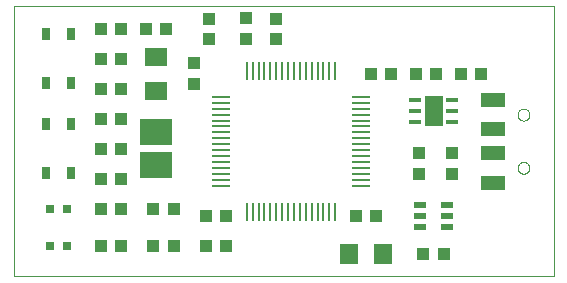
<source format=gtp>
G75*
%MOIN*%
%OFA0B0*%
%FSLAX25Y25*%
%IPPOS*%
%LPD*%
%AMOC8*
5,1,8,0,0,1.08239X$1,22.5*
%
%ADD10C,0.00000*%
%ADD11R,0.06102X0.00984*%
%ADD12R,0.00984X0.06102*%
%ADD13R,0.06299X0.09843*%
%ADD14R,0.04134X0.01575*%
%ADD15R,0.04252X0.04134*%
%ADD16R,0.04134X0.04252*%
%ADD17R,0.06299X0.07087*%
%ADD18R,0.03937X0.04331*%
%ADD19R,0.07480X0.05906*%
%ADD20R,0.04331X0.03937*%
%ADD21R,0.02559X0.04134*%
%ADD22R,0.04429X0.02067*%
%ADD23R,0.07874X0.04724*%
%ADD24R,0.03150X0.03150*%
%ADD25R,0.10630X0.08661*%
D10*
X0024428Y0011800D02*
X0024428Y0101800D01*
X0204428Y0101800D01*
X0204428Y0011800D01*
X0024428Y0011800D01*
X0192459Y0047942D02*
X0192461Y0048030D01*
X0192467Y0048118D01*
X0192477Y0048206D01*
X0192491Y0048294D01*
X0192508Y0048380D01*
X0192530Y0048466D01*
X0192555Y0048550D01*
X0192585Y0048634D01*
X0192617Y0048716D01*
X0192654Y0048796D01*
X0192694Y0048875D01*
X0192738Y0048952D01*
X0192785Y0049027D01*
X0192835Y0049099D01*
X0192889Y0049170D01*
X0192945Y0049237D01*
X0193005Y0049303D01*
X0193067Y0049365D01*
X0193133Y0049425D01*
X0193200Y0049481D01*
X0193271Y0049535D01*
X0193343Y0049585D01*
X0193418Y0049632D01*
X0193495Y0049676D01*
X0193574Y0049716D01*
X0193654Y0049753D01*
X0193736Y0049785D01*
X0193820Y0049815D01*
X0193904Y0049840D01*
X0193990Y0049862D01*
X0194076Y0049879D01*
X0194164Y0049893D01*
X0194252Y0049903D01*
X0194340Y0049909D01*
X0194428Y0049911D01*
X0194516Y0049909D01*
X0194604Y0049903D01*
X0194692Y0049893D01*
X0194780Y0049879D01*
X0194866Y0049862D01*
X0194952Y0049840D01*
X0195036Y0049815D01*
X0195120Y0049785D01*
X0195202Y0049753D01*
X0195282Y0049716D01*
X0195361Y0049676D01*
X0195438Y0049632D01*
X0195513Y0049585D01*
X0195585Y0049535D01*
X0195656Y0049481D01*
X0195723Y0049425D01*
X0195789Y0049365D01*
X0195851Y0049303D01*
X0195911Y0049237D01*
X0195967Y0049170D01*
X0196021Y0049099D01*
X0196071Y0049027D01*
X0196118Y0048952D01*
X0196162Y0048875D01*
X0196202Y0048796D01*
X0196239Y0048716D01*
X0196271Y0048634D01*
X0196301Y0048550D01*
X0196326Y0048466D01*
X0196348Y0048380D01*
X0196365Y0048294D01*
X0196379Y0048206D01*
X0196389Y0048118D01*
X0196395Y0048030D01*
X0196397Y0047942D01*
X0196395Y0047854D01*
X0196389Y0047766D01*
X0196379Y0047678D01*
X0196365Y0047590D01*
X0196348Y0047504D01*
X0196326Y0047418D01*
X0196301Y0047334D01*
X0196271Y0047250D01*
X0196239Y0047168D01*
X0196202Y0047088D01*
X0196162Y0047009D01*
X0196118Y0046932D01*
X0196071Y0046857D01*
X0196021Y0046785D01*
X0195967Y0046714D01*
X0195911Y0046647D01*
X0195851Y0046581D01*
X0195789Y0046519D01*
X0195723Y0046459D01*
X0195656Y0046403D01*
X0195585Y0046349D01*
X0195513Y0046299D01*
X0195438Y0046252D01*
X0195361Y0046208D01*
X0195282Y0046168D01*
X0195202Y0046131D01*
X0195120Y0046099D01*
X0195036Y0046069D01*
X0194952Y0046044D01*
X0194866Y0046022D01*
X0194780Y0046005D01*
X0194692Y0045991D01*
X0194604Y0045981D01*
X0194516Y0045975D01*
X0194428Y0045973D01*
X0194340Y0045975D01*
X0194252Y0045981D01*
X0194164Y0045991D01*
X0194076Y0046005D01*
X0193990Y0046022D01*
X0193904Y0046044D01*
X0193820Y0046069D01*
X0193736Y0046099D01*
X0193654Y0046131D01*
X0193574Y0046168D01*
X0193495Y0046208D01*
X0193418Y0046252D01*
X0193343Y0046299D01*
X0193271Y0046349D01*
X0193200Y0046403D01*
X0193133Y0046459D01*
X0193067Y0046519D01*
X0193005Y0046581D01*
X0192945Y0046647D01*
X0192889Y0046714D01*
X0192835Y0046785D01*
X0192785Y0046857D01*
X0192738Y0046932D01*
X0192694Y0047009D01*
X0192654Y0047088D01*
X0192617Y0047168D01*
X0192585Y0047250D01*
X0192555Y0047334D01*
X0192530Y0047418D01*
X0192508Y0047504D01*
X0192491Y0047590D01*
X0192477Y0047678D01*
X0192467Y0047766D01*
X0192461Y0047854D01*
X0192459Y0047942D01*
X0192459Y0065658D02*
X0192461Y0065746D01*
X0192467Y0065834D01*
X0192477Y0065922D01*
X0192491Y0066010D01*
X0192508Y0066096D01*
X0192530Y0066182D01*
X0192555Y0066266D01*
X0192585Y0066350D01*
X0192617Y0066432D01*
X0192654Y0066512D01*
X0192694Y0066591D01*
X0192738Y0066668D01*
X0192785Y0066743D01*
X0192835Y0066815D01*
X0192889Y0066886D01*
X0192945Y0066953D01*
X0193005Y0067019D01*
X0193067Y0067081D01*
X0193133Y0067141D01*
X0193200Y0067197D01*
X0193271Y0067251D01*
X0193343Y0067301D01*
X0193418Y0067348D01*
X0193495Y0067392D01*
X0193574Y0067432D01*
X0193654Y0067469D01*
X0193736Y0067501D01*
X0193820Y0067531D01*
X0193904Y0067556D01*
X0193990Y0067578D01*
X0194076Y0067595D01*
X0194164Y0067609D01*
X0194252Y0067619D01*
X0194340Y0067625D01*
X0194428Y0067627D01*
X0194516Y0067625D01*
X0194604Y0067619D01*
X0194692Y0067609D01*
X0194780Y0067595D01*
X0194866Y0067578D01*
X0194952Y0067556D01*
X0195036Y0067531D01*
X0195120Y0067501D01*
X0195202Y0067469D01*
X0195282Y0067432D01*
X0195361Y0067392D01*
X0195438Y0067348D01*
X0195513Y0067301D01*
X0195585Y0067251D01*
X0195656Y0067197D01*
X0195723Y0067141D01*
X0195789Y0067081D01*
X0195851Y0067019D01*
X0195911Y0066953D01*
X0195967Y0066886D01*
X0196021Y0066815D01*
X0196071Y0066743D01*
X0196118Y0066668D01*
X0196162Y0066591D01*
X0196202Y0066512D01*
X0196239Y0066432D01*
X0196271Y0066350D01*
X0196301Y0066266D01*
X0196326Y0066182D01*
X0196348Y0066096D01*
X0196365Y0066010D01*
X0196379Y0065922D01*
X0196389Y0065834D01*
X0196395Y0065746D01*
X0196397Y0065658D01*
X0196395Y0065570D01*
X0196389Y0065482D01*
X0196379Y0065394D01*
X0196365Y0065306D01*
X0196348Y0065220D01*
X0196326Y0065134D01*
X0196301Y0065050D01*
X0196271Y0064966D01*
X0196239Y0064884D01*
X0196202Y0064804D01*
X0196162Y0064725D01*
X0196118Y0064648D01*
X0196071Y0064573D01*
X0196021Y0064501D01*
X0195967Y0064430D01*
X0195911Y0064363D01*
X0195851Y0064297D01*
X0195789Y0064235D01*
X0195723Y0064175D01*
X0195656Y0064119D01*
X0195585Y0064065D01*
X0195513Y0064015D01*
X0195438Y0063968D01*
X0195361Y0063924D01*
X0195282Y0063884D01*
X0195202Y0063847D01*
X0195120Y0063815D01*
X0195036Y0063785D01*
X0194952Y0063760D01*
X0194866Y0063738D01*
X0194780Y0063721D01*
X0194692Y0063707D01*
X0194604Y0063697D01*
X0194516Y0063691D01*
X0194428Y0063689D01*
X0194340Y0063691D01*
X0194252Y0063697D01*
X0194164Y0063707D01*
X0194076Y0063721D01*
X0193990Y0063738D01*
X0193904Y0063760D01*
X0193820Y0063785D01*
X0193736Y0063815D01*
X0193654Y0063847D01*
X0193574Y0063884D01*
X0193495Y0063924D01*
X0193418Y0063968D01*
X0193343Y0064015D01*
X0193271Y0064065D01*
X0193200Y0064119D01*
X0193133Y0064175D01*
X0193067Y0064235D01*
X0193005Y0064297D01*
X0192945Y0064363D01*
X0192889Y0064430D01*
X0192835Y0064501D01*
X0192785Y0064573D01*
X0192738Y0064648D01*
X0192694Y0064725D01*
X0192654Y0064804D01*
X0192617Y0064884D01*
X0192585Y0064966D01*
X0192555Y0065050D01*
X0192530Y0065134D01*
X0192508Y0065220D01*
X0192491Y0065306D01*
X0192477Y0065394D01*
X0192467Y0065482D01*
X0192461Y0065570D01*
X0192459Y0065658D01*
D11*
X0140354Y0065658D03*
X0140354Y0067627D03*
X0140354Y0069595D03*
X0140354Y0071564D03*
X0140354Y0063690D03*
X0140354Y0061721D03*
X0140354Y0059753D03*
X0140354Y0057784D03*
X0140354Y0055816D03*
X0140354Y0053847D03*
X0140354Y0051879D03*
X0140354Y0049910D03*
X0140354Y0047942D03*
X0140354Y0045973D03*
X0140354Y0044005D03*
X0140354Y0042036D03*
X0093503Y0042036D03*
X0093503Y0044005D03*
X0093503Y0045973D03*
X0093503Y0047942D03*
X0093503Y0049910D03*
X0093503Y0051879D03*
X0093503Y0053847D03*
X0093503Y0055816D03*
X0093503Y0057784D03*
X0093503Y0059753D03*
X0093503Y0061721D03*
X0093503Y0063690D03*
X0093503Y0065658D03*
X0093503Y0067627D03*
X0093503Y0069595D03*
X0093503Y0071564D03*
D12*
X0102165Y0080225D03*
X0104133Y0080225D03*
X0106102Y0080225D03*
X0108070Y0080225D03*
X0110039Y0080225D03*
X0112007Y0080225D03*
X0113976Y0080225D03*
X0115944Y0080225D03*
X0117913Y0080225D03*
X0119881Y0080225D03*
X0121850Y0080225D03*
X0123818Y0080225D03*
X0125787Y0080225D03*
X0127755Y0080225D03*
X0129724Y0080225D03*
X0131692Y0080225D03*
X0131692Y0033375D03*
X0129724Y0033375D03*
X0127755Y0033375D03*
X0125787Y0033375D03*
X0123818Y0033375D03*
X0121850Y0033375D03*
X0119881Y0033375D03*
X0117913Y0033375D03*
X0115944Y0033375D03*
X0113976Y0033375D03*
X0112007Y0033375D03*
X0110039Y0033375D03*
X0108070Y0033375D03*
X0106102Y0033375D03*
X0104133Y0033375D03*
X0102165Y0033375D03*
D13*
X0164428Y0066800D03*
D14*
X0170728Y0066800D03*
X0170728Y0063060D03*
X0158129Y0063060D03*
X0158129Y0066800D03*
X0158129Y0070540D03*
X0170728Y0070540D03*
D15*
X0170678Y0052745D03*
X0159428Y0052745D03*
X0159428Y0045855D03*
X0170678Y0045855D03*
X0084428Y0075855D03*
X0084428Y0082745D03*
X0101928Y0090855D03*
X0101928Y0097745D03*
D16*
X0060373Y0094300D03*
X0053484Y0094300D03*
X0053484Y0084300D03*
X0060373Y0084300D03*
X0060373Y0074300D03*
X0053484Y0074300D03*
X0053484Y0064300D03*
X0060373Y0064300D03*
X0060373Y0054300D03*
X0053484Y0054300D03*
X0053484Y0044300D03*
X0060373Y0044300D03*
X0070984Y0034300D03*
X0077873Y0034300D03*
X0088484Y0021800D03*
X0095373Y0021800D03*
X0138484Y0031800D03*
X0145373Y0031800D03*
X0160984Y0019300D03*
X0167873Y0019300D03*
X0165373Y0079300D03*
X0158484Y0079300D03*
X0150373Y0079300D03*
X0143484Y0079300D03*
X0173484Y0079300D03*
X0180373Y0079300D03*
D17*
X0147440Y0019300D03*
X0136417Y0019300D03*
D18*
X0095275Y0031800D03*
X0088582Y0031800D03*
X0077775Y0021800D03*
X0071082Y0021800D03*
X0060275Y0021800D03*
X0053582Y0021800D03*
X0053582Y0034300D03*
X0060275Y0034300D03*
X0068582Y0094300D03*
X0075275Y0094300D03*
D19*
X0071928Y0085009D03*
X0071928Y0073591D03*
D20*
X0089428Y0090954D03*
X0089428Y0097646D03*
X0111928Y0097646D03*
X0111928Y0090954D03*
D21*
X0043661Y0092469D03*
X0035196Y0092469D03*
X0035196Y0076131D03*
X0043661Y0076131D03*
X0043661Y0062469D03*
X0035196Y0062469D03*
X0035196Y0046131D03*
X0043661Y0046131D03*
D22*
X0159901Y0035540D03*
X0159901Y0031800D03*
X0159901Y0028060D03*
X0168956Y0028060D03*
X0168956Y0031800D03*
X0168956Y0035540D03*
D23*
X0184192Y0043020D03*
X0184192Y0052863D03*
X0184192Y0060737D03*
X0184192Y0070580D03*
D24*
X0042381Y0034300D03*
X0036476Y0034300D03*
X0036476Y0021800D03*
X0042381Y0021800D03*
D25*
X0071928Y0048788D03*
X0071928Y0059812D03*
M02*

</source>
